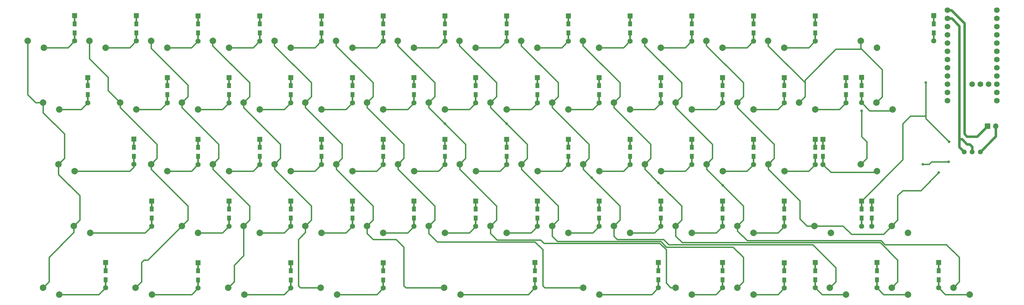
<source format=gbl>
G04 #@! TF.GenerationSoftware,KiCad,Pcbnew,(5.1.10)-1*
G04 #@! TF.CreationDate,2022-02-10T09:54:13+11:00*
G04 #@! TF.ProjectId,mf68,6d663638-2e6b-4696-9361-645f70636258,rev?*
G04 #@! TF.SameCoordinates,Original*
G04 #@! TF.FileFunction,Copper,L2,Bot*
G04 #@! TF.FilePolarity,Positive*
%FSLAX46Y46*%
G04 Gerber Fmt 4.6, Leading zero omitted, Abs format (unit mm)*
G04 Created by KiCad (PCBNEW (5.1.10)-1) date 2022-02-10 09:54:13*
%MOMM*%
%LPD*%
G01*
G04 APERTURE LIST*
G04 #@! TA.AperFunction,ComponentPad*
%ADD10C,2.000000*%
G04 #@! TD*
G04 #@! TA.AperFunction,SMDPad,CuDef*
%ADD11R,0.500000X2.900000*%
G04 #@! TD*
G04 #@! TA.AperFunction,ComponentPad*
%ADD12R,1.600000X1.600000*%
G04 #@! TD*
G04 #@! TA.AperFunction,ComponentPad*
%ADD13C,1.600000*%
G04 #@! TD*
G04 #@! TA.AperFunction,SMDPad,CuDef*
%ADD14R,1.200000X1.600000*%
G04 #@! TD*
G04 #@! TA.AperFunction,ComponentPad*
%ADD15O,1.700000X1.700000*%
G04 #@! TD*
G04 #@! TA.AperFunction,ComponentPad*
%ADD16R,1.700000X1.700000*%
G04 #@! TD*
G04 #@! TA.AperFunction,ComponentPad*
%ADD17C,1.500000*%
G04 #@! TD*
G04 #@! TA.AperFunction,ComponentPad*
%ADD18C,1.752600*%
G04 #@! TD*
G04 #@! TA.AperFunction,ViaPad*
%ADD19C,0.800000*%
G04 #@! TD*
G04 #@! TA.AperFunction,Conductor*
%ADD20C,0.400000*%
G04 #@! TD*
G04 #@! TA.AperFunction,Conductor*
%ADD21C,0.800000*%
G04 #@! TD*
G04 APERTURE END LIST*
D10*
X128350000Y-149850000D03*
X133350000Y-151950000D03*
X166450000Y-149850000D03*
X171450000Y-151950000D03*
X295006000Y-73650000D03*
X300006000Y-75750000D03*
X209312500Y-149850000D03*
X214312500Y-151950000D03*
X295037500Y-111750000D03*
X300037500Y-113850000D03*
X47387500Y-111750000D03*
X52387500Y-113850000D03*
D11*
X317500000Y-67281250D03*
X317500000Y-72281250D03*
D12*
X317500000Y-65881250D03*
D13*
X317500000Y-73681250D03*
D14*
X317500000Y-71181250D03*
X317500000Y-68381250D03*
D11*
X298435400Y-124474150D03*
X298435400Y-129474150D03*
D12*
X298435400Y-123074150D03*
D13*
X298435400Y-130874150D03*
D14*
X298435400Y-128374150D03*
X298435400Y-125574150D03*
D11*
X319054800Y-143481250D03*
X319054800Y-148481250D03*
D12*
X319054800Y-142081250D03*
D13*
X319054800Y-149881250D03*
D14*
X319054800Y-147381250D03*
X319054800Y-144581250D03*
D11*
X300006000Y-143481250D03*
X300006000Y-148481250D03*
D12*
X300006000Y-142081250D03*
D13*
X300006000Y-149881250D03*
D14*
X300006000Y-147381250D03*
X300006000Y-144581250D03*
D11*
X280987500Y-143481250D03*
X280987500Y-148481250D03*
D12*
X280987500Y-142081250D03*
D13*
X280987500Y-149881250D03*
D14*
X280987500Y-147381250D03*
X280987500Y-144581250D03*
D11*
X271432800Y-143550000D03*
X271432800Y-148550000D03*
D12*
X271432800Y-142150000D03*
D13*
X271432800Y-149950000D03*
D14*
X271432800Y-147450000D03*
X271432800Y-144650000D03*
D11*
X252384000Y-143481250D03*
X252384000Y-148481250D03*
D12*
X252384000Y-142081250D03*
D13*
X252384000Y-149881250D03*
D14*
X252384000Y-147381250D03*
X252384000Y-144581250D03*
D11*
X232568750Y-143481250D03*
X232568750Y-148481250D03*
D12*
X232568750Y-142081250D03*
D13*
X232568750Y-149881250D03*
D14*
X232568750Y-147381250D03*
X232568750Y-144581250D03*
D11*
X194468750Y-143481250D03*
X194468750Y-148481250D03*
D12*
X194468750Y-142081250D03*
D13*
X194468750Y-149881250D03*
D14*
X194468750Y-147381250D03*
X194468750Y-144581250D03*
D11*
X147637500Y-143550000D03*
X147637500Y-148550000D03*
D12*
X147637500Y-142150000D03*
D13*
X147637500Y-149950000D03*
D14*
X147637500Y-147450000D03*
X147637500Y-144650000D03*
D11*
X119062500Y-143550000D03*
X119062500Y-148550000D03*
D12*
X119062500Y-142150000D03*
D13*
X119062500Y-149950000D03*
D14*
X119062500Y-147450000D03*
X119062500Y-144650000D03*
D11*
X90487500Y-143550000D03*
X90487500Y-148550000D03*
D12*
X90487500Y-142150000D03*
D13*
X90487500Y-149950000D03*
D14*
X90487500Y-147450000D03*
X90487500Y-144650000D03*
D11*
X61912500Y-143481250D03*
X61912500Y-148481250D03*
D12*
X61912500Y-142081250D03*
D13*
X61912500Y-149881250D03*
D14*
X61912500Y-147381250D03*
X61912500Y-144581250D03*
D11*
X295243800Y-86331250D03*
X295243800Y-91331250D03*
D12*
X295243800Y-84931250D03*
D13*
X295243800Y-92731250D03*
D14*
X295243800Y-90231250D03*
X295243800Y-87431250D03*
D11*
X295243800Y-124466950D03*
X295243800Y-129466950D03*
D12*
X295243800Y-123066950D03*
D13*
X295243800Y-130866950D03*
D14*
X295243800Y-128366950D03*
X295243800Y-125566950D03*
D11*
X271432800Y-124466950D03*
X271432800Y-129466950D03*
D12*
X271432800Y-123066950D03*
D13*
X271432800Y-130866950D03*
D14*
X271432800Y-128366950D03*
X271432800Y-125566950D03*
D11*
X252384000Y-124466950D03*
X252384000Y-129466950D03*
D12*
X252384000Y-123066950D03*
D13*
X252384000Y-130866950D03*
D14*
X252384000Y-128366950D03*
X252384000Y-125566950D03*
D11*
X233335200Y-124466950D03*
X233335200Y-129466950D03*
D12*
X233335200Y-123066950D03*
D13*
X233335200Y-130866950D03*
D14*
X233335200Y-128366950D03*
X233335200Y-125566950D03*
D11*
X214286400Y-124466950D03*
X214286400Y-129466950D03*
D12*
X214286400Y-123066950D03*
D13*
X214286400Y-130866950D03*
D14*
X214286400Y-128366950D03*
X214286400Y-125566950D03*
D11*
X195237600Y-124466950D03*
X195237600Y-129466950D03*
D12*
X195237600Y-123066950D03*
D13*
X195237600Y-130866950D03*
D14*
X195237600Y-128366950D03*
X195237600Y-125566950D03*
D11*
X176188800Y-124466950D03*
X176188800Y-129466950D03*
D12*
X176188800Y-123066950D03*
D13*
X176188800Y-130866950D03*
D14*
X176188800Y-128366950D03*
X176188800Y-125566950D03*
D11*
X157140000Y-124466950D03*
X157140000Y-129466950D03*
D12*
X157140000Y-123066950D03*
D13*
X157140000Y-130866950D03*
D14*
X157140000Y-128366950D03*
X157140000Y-125566950D03*
D11*
X138091200Y-124466950D03*
X138091200Y-129466950D03*
D12*
X138091200Y-123066950D03*
D13*
X138091200Y-130866950D03*
D14*
X138091200Y-128366950D03*
X138091200Y-125566950D03*
D11*
X119042400Y-124466950D03*
X119042400Y-129466950D03*
D12*
X119042400Y-123066950D03*
D13*
X119042400Y-130866950D03*
D14*
X119042400Y-128366950D03*
X119042400Y-125566950D03*
D11*
X99993600Y-124466950D03*
X99993600Y-129466950D03*
D12*
X99993600Y-123066950D03*
D13*
X99993600Y-130866950D03*
D14*
X99993600Y-128366950D03*
X99993600Y-125566950D03*
D11*
X76182600Y-124466950D03*
X76182600Y-129466950D03*
D12*
X76182600Y-123066950D03*
D13*
X76182600Y-130866950D03*
D14*
X76182600Y-128366950D03*
X76182600Y-125566950D03*
D11*
X283368750Y-105418150D03*
X283368750Y-110418150D03*
D12*
X283368750Y-104018150D03*
D13*
X283368750Y-111818150D03*
D14*
X283368750Y-109318150D03*
X283368750Y-106518150D03*
D11*
X280987500Y-105418150D03*
X280987500Y-110418150D03*
D12*
X280987500Y-104018150D03*
D13*
X280987500Y-111818150D03*
D14*
X280987500Y-109318150D03*
X280987500Y-106518150D03*
D11*
X261908400Y-105418150D03*
X261908400Y-110418150D03*
D12*
X261908400Y-104018150D03*
D13*
X261908400Y-111818150D03*
D14*
X261908400Y-109318150D03*
X261908400Y-106518150D03*
D11*
X242859600Y-105418150D03*
X242859600Y-110418150D03*
D12*
X242859600Y-104018150D03*
D13*
X242859600Y-111818150D03*
D14*
X242859600Y-109318150D03*
X242859600Y-106518150D03*
D11*
X223810800Y-105418150D03*
X223810800Y-110418150D03*
D12*
X223810800Y-104018150D03*
D13*
X223810800Y-111818150D03*
D14*
X223810800Y-109318150D03*
X223810800Y-106518150D03*
D11*
X204762000Y-105418150D03*
X204762000Y-110418150D03*
D12*
X204762000Y-104018150D03*
D13*
X204762000Y-111818150D03*
D14*
X204762000Y-109318150D03*
X204762000Y-106518150D03*
D11*
X185713200Y-105418150D03*
X185713200Y-110418150D03*
D12*
X185713200Y-104018150D03*
D13*
X185713200Y-111818150D03*
D14*
X185713200Y-109318150D03*
X185713200Y-106518150D03*
D11*
X166664400Y-105418150D03*
X166664400Y-110418150D03*
D12*
X166664400Y-104018150D03*
D13*
X166664400Y-111818150D03*
D14*
X166664400Y-109318150D03*
X166664400Y-106518150D03*
D11*
X147615600Y-105418150D03*
X147615600Y-110418150D03*
D12*
X147615600Y-104018150D03*
D13*
X147615600Y-111818150D03*
D14*
X147615600Y-109318150D03*
X147615600Y-106518150D03*
D11*
X128566800Y-105418150D03*
X128566800Y-110418150D03*
D12*
X128566800Y-104018150D03*
D13*
X128566800Y-111818150D03*
D14*
X128566800Y-109318150D03*
X128566800Y-106518150D03*
D11*
X109518000Y-105418150D03*
X109518000Y-110418150D03*
D12*
X109518000Y-104018150D03*
D13*
X109518000Y-111818150D03*
D14*
X109518000Y-109318150D03*
X109518000Y-106518150D03*
D11*
X90469200Y-105418150D03*
X90469200Y-110418150D03*
D12*
X90469200Y-104018150D03*
D13*
X90469200Y-111818150D03*
D14*
X90469200Y-109318150D03*
X90469200Y-106518150D03*
D11*
X70643750Y-105381250D03*
X70643750Y-110381250D03*
D12*
X70643750Y-103981250D03*
D13*
X70643750Y-111781250D03*
D14*
X70643750Y-109281250D03*
X70643750Y-106481250D03*
D11*
X290481600Y-86369350D03*
X290481600Y-91369350D03*
D12*
X290481600Y-84969350D03*
D13*
X290481600Y-92769350D03*
D14*
X290481600Y-90269350D03*
X290481600Y-87469350D03*
D11*
X271432800Y-86369350D03*
X271432800Y-91369350D03*
D12*
X271432800Y-84969350D03*
D13*
X271432800Y-92769350D03*
D14*
X271432800Y-90269350D03*
X271432800Y-87469350D03*
D11*
X252384000Y-86369350D03*
X252384000Y-91369350D03*
D12*
X252384000Y-84969350D03*
D13*
X252384000Y-92769350D03*
D14*
X252384000Y-90269350D03*
X252384000Y-87469350D03*
D11*
X233335200Y-86369350D03*
X233335200Y-91369350D03*
D12*
X233335200Y-84969350D03*
D13*
X233335200Y-92769350D03*
D14*
X233335200Y-90269350D03*
X233335200Y-87469350D03*
D11*
X214286400Y-86369350D03*
X214286400Y-91369350D03*
D12*
X214286400Y-84969350D03*
D13*
X214286400Y-92769350D03*
D14*
X214286400Y-90269350D03*
X214286400Y-87469350D03*
D11*
X195237600Y-86369350D03*
X195237600Y-91369350D03*
D12*
X195237600Y-84969350D03*
D13*
X195237600Y-92769350D03*
D14*
X195237600Y-90269350D03*
X195237600Y-87469350D03*
D11*
X176188800Y-86369350D03*
X176188800Y-91369350D03*
D12*
X176188800Y-84969350D03*
D13*
X176188800Y-92769350D03*
D14*
X176188800Y-90269350D03*
X176188800Y-87469350D03*
D11*
X157140000Y-86369350D03*
X157140000Y-91369350D03*
D12*
X157140000Y-84969350D03*
D13*
X157140000Y-92769350D03*
D14*
X157140000Y-90269350D03*
X157140000Y-87469350D03*
D11*
X138091200Y-86369350D03*
X138091200Y-91369350D03*
D12*
X138091200Y-84969350D03*
D13*
X138091200Y-92769350D03*
D14*
X138091200Y-90269350D03*
X138091200Y-87469350D03*
D11*
X119042400Y-86369350D03*
X119042400Y-91369350D03*
D12*
X119042400Y-84969350D03*
D13*
X119042400Y-92769350D03*
D14*
X119042400Y-90269350D03*
X119042400Y-87469350D03*
D11*
X99993600Y-86369350D03*
X99993600Y-91369350D03*
D12*
X99993600Y-84969350D03*
D13*
X99993600Y-92769350D03*
D14*
X99993600Y-90269350D03*
X99993600Y-87469350D03*
D11*
X80944800Y-86369350D03*
X80944800Y-91369350D03*
D12*
X80944800Y-84969350D03*
D13*
X80944800Y-92769350D03*
D14*
X80944800Y-90269350D03*
X80944800Y-87469350D03*
D11*
X56400000Y-86385946D03*
X56400000Y-91385946D03*
D12*
X56400000Y-84985946D03*
D13*
X56400000Y-92785946D03*
D14*
X56400000Y-90285946D03*
X56400000Y-87485946D03*
D11*
X280957200Y-67320550D03*
X280957200Y-72320550D03*
D12*
X280957200Y-65920550D03*
D13*
X280957200Y-73720550D03*
D14*
X280957200Y-71220550D03*
X280957200Y-68420550D03*
D11*
X261908400Y-67320550D03*
X261908400Y-72320550D03*
D12*
X261908400Y-65920550D03*
D13*
X261908400Y-73720550D03*
D14*
X261908400Y-71220550D03*
X261908400Y-68420550D03*
D11*
X242859600Y-67320550D03*
X242859600Y-72320550D03*
D12*
X242859600Y-65920550D03*
D13*
X242859600Y-73720550D03*
D14*
X242859600Y-71220550D03*
X242859600Y-68420550D03*
D11*
X223810800Y-67320550D03*
X223810800Y-72320550D03*
D12*
X223810800Y-65920550D03*
D13*
X223810800Y-73720550D03*
D14*
X223810800Y-71220550D03*
X223810800Y-68420550D03*
D11*
X204762000Y-67320550D03*
X204762000Y-72320550D03*
D12*
X204762000Y-65920550D03*
D13*
X204762000Y-73720550D03*
D14*
X204762000Y-71220550D03*
X204762000Y-68420550D03*
D11*
X185713200Y-67320550D03*
X185713200Y-72320550D03*
D12*
X185713200Y-65920550D03*
D13*
X185713200Y-73720550D03*
D14*
X185713200Y-71220550D03*
X185713200Y-68420550D03*
D11*
X166664400Y-67320550D03*
X166664400Y-72320550D03*
D12*
X166664400Y-65920550D03*
D13*
X166664400Y-73720550D03*
D14*
X166664400Y-71220550D03*
X166664400Y-68420550D03*
D11*
X147615600Y-67320550D03*
X147615600Y-72320550D03*
D12*
X147615600Y-65920550D03*
D13*
X147615600Y-73720550D03*
D14*
X147615600Y-71220550D03*
X147615600Y-68420550D03*
D11*
X128566800Y-67320550D03*
X128566800Y-72320550D03*
D12*
X128566800Y-65920550D03*
D13*
X128566800Y-73720550D03*
D14*
X128566800Y-71220550D03*
X128566800Y-68420550D03*
D11*
X109518000Y-67320550D03*
X109518000Y-72320550D03*
D12*
X109518000Y-65920550D03*
D13*
X109518000Y-73720550D03*
D14*
X109518000Y-71220550D03*
X109518000Y-68420550D03*
D11*
X90487500Y-67320550D03*
X90487500Y-72320550D03*
D12*
X90487500Y-65920550D03*
D13*
X90487500Y-73720550D03*
D14*
X90487500Y-71220550D03*
X90487500Y-68420550D03*
D11*
X71437500Y-67281250D03*
X71437500Y-72281250D03*
D12*
X71437500Y-65881250D03*
D13*
X71437500Y-73681250D03*
D14*
X71437500Y-71181250D03*
X71437500Y-68381250D03*
D11*
X52387500Y-67281250D03*
X52387500Y-72281250D03*
D12*
X52387500Y-65881250D03*
D13*
X52387500Y-73681250D03*
D14*
X52387500Y-71181250D03*
X52387500Y-68381250D03*
D10*
X123566800Y-92700000D03*
X128566800Y-94800000D03*
X304562500Y-130800000D03*
X309562500Y-132900000D03*
X323612500Y-149850000D03*
X328612500Y-151950000D03*
X304562500Y-149850000D03*
X309562500Y-151950000D03*
X285481600Y-149850000D03*
X290481600Y-151950000D03*
X256937500Y-149850000D03*
X261937500Y-151950000D03*
X237887500Y-149850000D03*
X242887500Y-151950000D03*
X256937500Y-130800000D03*
X261937500Y-132900000D03*
X237887500Y-130800000D03*
X242887500Y-132900000D03*
X218837500Y-130800000D03*
X223837500Y-132900000D03*
X199787500Y-130800000D03*
X204787500Y-132900000D03*
X180737500Y-130800000D03*
X185737500Y-132900000D03*
X161687500Y-130800000D03*
X166687500Y-132900000D03*
X142637500Y-130800000D03*
X147637500Y-132900000D03*
X123587500Y-130800000D03*
X128587500Y-132900000D03*
X104537500Y-130800000D03*
X109537500Y-132900000D03*
X85469200Y-130800000D03*
X90469200Y-132900000D03*
X266462500Y-111750000D03*
X271462500Y-113850000D03*
X247412500Y-111750000D03*
X252412500Y-113850000D03*
X228362500Y-111750000D03*
X233362500Y-113850000D03*
X209312500Y-111750000D03*
X214312500Y-113850000D03*
X190262500Y-111750000D03*
X195262500Y-113850000D03*
X171212500Y-111750000D03*
X176212500Y-113850000D03*
X152162500Y-111750000D03*
X157162500Y-113850000D03*
X133112500Y-111750000D03*
X138112500Y-113850000D03*
X114062500Y-111750000D03*
X119062500Y-113850000D03*
X95012500Y-111750000D03*
X100012500Y-113850000D03*
X75962500Y-111750000D03*
X80962500Y-113850000D03*
X275987500Y-92700000D03*
X280987500Y-94800000D03*
X256937500Y-92700000D03*
X261937500Y-94800000D03*
X237887500Y-92700000D03*
X242887500Y-94800000D03*
X218837500Y-92700000D03*
X223837500Y-94800000D03*
X199787500Y-92700000D03*
X204787500Y-94800000D03*
X180713200Y-92700000D03*
X185713200Y-94800000D03*
X161664400Y-92700000D03*
X166664400Y-94800000D03*
X142637500Y-92700000D03*
X147637500Y-94800000D03*
X104518000Y-92700000D03*
X109518000Y-94800000D03*
X85469200Y-92700000D03*
X90469200Y-94800000D03*
X66420400Y-92700000D03*
X71420400Y-94800000D03*
X266432800Y-73650000D03*
X271432800Y-75750000D03*
X247384000Y-73650000D03*
X252384000Y-75750000D03*
X228335200Y-73650000D03*
X233335200Y-75750000D03*
X209286400Y-73650000D03*
X214286400Y-75750000D03*
X190237600Y-73650000D03*
X195237600Y-75750000D03*
X171188800Y-73650000D03*
X176188800Y-75750000D03*
X152140000Y-73650000D03*
X157140000Y-75750000D03*
X133091200Y-73650000D03*
X138091200Y-75750000D03*
X114062500Y-73650000D03*
X119062500Y-75750000D03*
X95012500Y-73650000D03*
X100012500Y-75750000D03*
X75962500Y-73650000D03*
X80962500Y-75750000D03*
X56912500Y-73650000D03*
X61912500Y-75750000D03*
X37862500Y-73650000D03*
X42862500Y-75750000D03*
X99775000Y-149850000D03*
X104775000Y-151950000D03*
X71200000Y-149850000D03*
X76200000Y-151950000D03*
X42621940Y-149840616D03*
X47621940Y-151940616D03*
X299824100Y-92700000D03*
X304824100Y-94800000D03*
X280750000Y-130800000D03*
X285750000Y-132900000D03*
X52150000Y-130800000D03*
X57150000Y-132900000D03*
X42621940Y-92694288D03*
X47621940Y-94794288D03*
D15*
X336675100Y-99981400D03*
D16*
X334135100Y-99981400D03*
D17*
X331900000Y-107918400D03*
X329400000Y-107918400D03*
X326900000Y-107918400D03*
D18*
X336992900Y-64180000D03*
X336992900Y-66720000D03*
X336992900Y-69260000D03*
X336992900Y-71800000D03*
X336992900Y-74340000D03*
X336992900Y-76880000D03*
X336992900Y-79420000D03*
X336992900Y-81960000D03*
X336992900Y-84500000D03*
X336992900Y-87040000D03*
X336992900Y-89580000D03*
X321752900Y-92120000D03*
X321752900Y-89580000D03*
X321752900Y-87040000D03*
X321752900Y-84500000D03*
X321752900Y-81960000D03*
X321752900Y-79420000D03*
X321752900Y-76880000D03*
X321752900Y-74340000D03*
X321752900Y-71800000D03*
X321752900Y-69260000D03*
X321752900Y-66720000D03*
X336992900Y-92120000D03*
X321752900Y-64180000D03*
X334452900Y-87040000D03*
X331912900Y-87040000D03*
X329372900Y-87040000D03*
D19*
X315118750Y-86518750D03*
X322262500Y-104775000D03*
X166687500Y-99218750D03*
X185737500Y-99225000D03*
X211931250Y-115887500D03*
X232568750Y-117475000D03*
X252412500Y-118268750D03*
X319087500Y-114300000D03*
X322093750Y-110956250D03*
X295275000Y-95250000D03*
X314156250Y-111750000D03*
D20*
X50318750Y-75750000D02*
X52387500Y-73681250D01*
X42862500Y-75750000D02*
X50318750Y-75750000D01*
X69368750Y-75750000D02*
X71437500Y-73681250D01*
X61912500Y-75750000D02*
X69368750Y-75750000D01*
X88458050Y-75750000D02*
X90487500Y-73720550D01*
X80962500Y-75750000D02*
X88458050Y-75750000D01*
X107468750Y-75750000D02*
X109537500Y-73681250D01*
X100012500Y-75750000D02*
X107468750Y-75750000D01*
X126518750Y-75750000D02*
X128587500Y-73681250D01*
X119062500Y-75750000D02*
X126518750Y-75750000D01*
X145568750Y-75750000D02*
X147637500Y-73681250D01*
X138112500Y-75750000D02*
X145568750Y-75750000D01*
X164618750Y-75750000D02*
X166687500Y-73681250D01*
X157162500Y-75750000D02*
X164618750Y-75750000D01*
X183668750Y-75750000D02*
X185737500Y-73681250D01*
X176212500Y-75750000D02*
X183668750Y-75750000D01*
X202718750Y-75750000D02*
X204787500Y-73681250D01*
X195262500Y-75750000D02*
X202718750Y-75750000D01*
X221768750Y-75750000D02*
X223837500Y-73681250D01*
X214312500Y-75750000D02*
X221768750Y-75750000D01*
X240818750Y-75750000D02*
X242887500Y-73681250D01*
X233362500Y-75750000D02*
X240818750Y-75750000D01*
X259868750Y-75750000D02*
X261937500Y-73681250D01*
X252412500Y-75750000D02*
X259868750Y-75750000D01*
X271462500Y-75750000D02*
X278918750Y-75750000D01*
X278918750Y-75750000D02*
X280987500Y-73681250D01*
X54385946Y-94800000D02*
X56400000Y-92785946D01*
X47625000Y-94800000D02*
X54385946Y-94800000D01*
X78914150Y-94800000D02*
X80944800Y-92769350D01*
X71420400Y-94800000D02*
X78914150Y-94800000D01*
X90470400Y-94800000D02*
X97964150Y-94800000D01*
X97964150Y-94800000D02*
X99994800Y-92769350D01*
X109520400Y-94800000D02*
X117014150Y-94800000D01*
X117014150Y-94800000D02*
X119044800Y-92769350D01*
X128570400Y-94800000D02*
X136064150Y-94800000D01*
X136064150Y-94800000D02*
X138094800Y-92769350D01*
X147620400Y-94800000D02*
X155114150Y-94800000D01*
X155114150Y-94800000D02*
X157144800Y-92769350D01*
X166670400Y-94800000D02*
X174164150Y-94800000D01*
X174164150Y-94800000D02*
X176194800Y-92769350D01*
X185720400Y-94800000D02*
X193214150Y-94800000D01*
X193214150Y-94800000D02*
X195244800Y-92769350D01*
X204770400Y-94800000D02*
X212264150Y-94800000D01*
X212264150Y-94800000D02*
X214294800Y-92769350D01*
X223820400Y-94800000D02*
X231314150Y-94800000D01*
X231314150Y-94800000D02*
X233344800Y-92769350D01*
X242870400Y-94800000D02*
X250364150Y-94800000D01*
X250364150Y-94800000D02*
X252394800Y-92769350D01*
X261920400Y-94800000D02*
X269414150Y-94800000D01*
X269414150Y-94800000D02*
X271444800Y-92769350D01*
X288450950Y-94800000D02*
X290481600Y-92769350D01*
X280987500Y-94800000D02*
X288450950Y-94800000D01*
X69368750Y-113850000D02*
X70643750Y-112575000D01*
X52387500Y-113850000D02*
X69368750Y-113850000D01*
X88418750Y-113850000D02*
X90487500Y-111781250D01*
X80962500Y-113850000D02*
X88418750Y-113850000D01*
X107468750Y-113850000D02*
X109537500Y-111781250D01*
X100012500Y-113850000D02*
X107468750Y-113850000D01*
X100012500Y-113850000D02*
X107508050Y-113850000D01*
X107508050Y-113850000D02*
X109537500Y-111820550D01*
X126518750Y-113850000D02*
X128587500Y-111781250D01*
X119062500Y-113850000D02*
X126518750Y-113850000D01*
X119062500Y-113850000D02*
X126558050Y-113850000D01*
X126558050Y-113850000D02*
X128587500Y-111820550D01*
X138112500Y-113850000D02*
X145608050Y-113850000D01*
X145608050Y-113850000D02*
X147637500Y-111820550D01*
X164618750Y-113850000D02*
X166687500Y-111781250D01*
X157162500Y-113850000D02*
X164618750Y-113850000D01*
X176212500Y-113850000D02*
X183708050Y-113850000D01*
X183708050Y-113850000D02*
X185737500Y-111820550D01*
X202718750Y-113850000D02*
X204787500Y-111781250D01*
X195262500Y-113850000D02*
X202718750Y-113850000D01*
X214312500Y-113850000D02*
X221808050Y-113850000D01*
X221808050Y-113850000D02*
X223837500Y-111820550D01*
X240818750Y-113850000D02*
X242887500Y-111781250D01*
X233362500Y-113850000D02*
X240818750Y-113850000D01*
X252412500Y-113850000D02*
X259908050Y-113850000D01*
X259908050Y-113850000D02*
X261937500Y-111820550D01*
X278955650Y-113850000D02*
X280987500Y-111818150D01*
X271462500Y-113850000D02*
X278955650Y-113850000D01*
X283368750Y-111818150D02*
X285750000Y-114199400D01*
X299688100Y-114199400D02*
X300037500Y-113850000D01*
X285750000Y-114199400D02*
X299688100Y-114199400D01*
X74149550Y-132900000D02*
X76182600Y-130866950D01*
X57150000Y-132900000D02*
X74149550Y-132900000D01*
X295243800Y-123062450D02*
X295243800Y-123066950D01*
X307975000Y-110331250D02*
X295243800Y-123062450D01*
X307975000Y-99205031D02*
X307975000Y-110331250D01*
X310342531Y-96837500D02*
X307975000Y-99205031D01*
X315092281Y-96837500D02*
X315118750Y-96811031D01*
X310342531Y-96837500D02*
X315092281Y-96837500D01*
X315118750Y-96811031D02*
X315118750Y-96851525D01*
X315118750Y-96017332D02*
X315118750Y-96811031D01*
X315118750Y-86518750D02*
X315118750Y-96017332D01*
X315118750Y-97631250D02*
X315118750Y-96017332D01*
X322262500Y-104775000D02*
X315118750Y-97631250D01*
X97960550Y-132900000D02*
X99993600Y-130866950D01*
X90469200Y-132900000D02*
X97960550Y-132900000D01*
X109519200Y-132900000D02*
X117010550Y-132900000D01*
X117010550Y-132900000D02*
X119043600Y-130866950D01*
X128569200Y-132900000D02*
X136060550Y-132900000D01*
X136060550Y-132900000D02*
X138093600Y-130866950D01*
X147619200Y-132900000D02*
X155110550Y-132900000D01*
X155110550Y-132900000D02*
X157143600Y-130866950D01*
X166669200Y-132900000D02*
X174160550Y-132900000D01*
X174160550Y-132900000D02*
X176193600Y-130866950D01*
X185719200Y-132900000D02*
X193210550Y-132900000D01*
X193210550Y-132900000D02*
X195243600Y-130866950D01*
X204769200Y-132900000D02*
X212260550Y-132900000D01*
X212260550Y-132900000D02*
X214293600Y-130866950D01*
X223819200Y-132900000D02*
X231310550Y-132900000D01*
X231310550Y-132900000D02*
X233343600Y-130866950D01*
X242869200Y-132900000D02*
X250360550Y-132900000D01*
X250360550Y-132900000D02*
X252393600Y-130866950D01*
X261919200Y-132900000D02*
X269410550Y-132900000D01*
X269410550Y-132900000D02*
X271443600Y-130866950D01*
X295243800Y-92731250D02*
X297762550Y-95250000D01*
X304374100Y-95250000D02*
X304824100Y-94800000D01*
X297762550Y-95250000D02*
X304374100Y-95250000D01*
X59843750Y-151950000D02*
X61912500Y-149881250D01*
X47625000Y-151950000D02*
X59843750Y-151950000D01*
X88487500Y-151950000D02*
X90487500Y-149950000D01*
X76200000Y-151950000D02*
X88487500Y-151950000D01*
X117062500Y-151950000D02*
X119062500Y-149950000D01*
X104775000Y-151950000D02*
X117062500Y-151950000D01*
X145637500Y-151950000D02*
X147637500Y-149950000D01*
X133350000Y-151950000D02*
X145637500Y-151950000D01*
X192400000Y-151950000D02*
X194468750Y-149881250D01*
X171450000Y-151950000D02*
X177456250Y-151950000D01*
X177456250Y-151950000D02*
X192400000Y-151950000D01*
X176212500Y-151950000D02*
X177456250Y-151950000D01*
X230500000Y-151950000D02*
X232568750Y-149881250D01*
X214312500Y-151950000D02*
X230500000Y-151950000D01*
X250315250Y-151950000D02*
X252384000Y-149881250D01*
X242887500Y-151950000D02*
X250315250Y-151950000D01*
X269432800Y-151950000D02*
X271432800Y-149950000D01*
X261937500Y-151950000D02*
X269432800Y-151950000D01*
X283056250Y-151950000D02*
X280987500Y-149881250D01*
X290481600Y-151950000D02*
X283056250Y-151950000D01*
X302074750Y-151950000D02*
X300006000Y-149881250D01*
X309562500Y-151950000D02*
X302074750Y-151950000D01*
X321123550Y-151950000D02*
X319054800Y-149881250D01*
X328612500Y-151950000D02*
X321123550Y-151950000D01*
X37862500Y-73650000D02*
X37862500Y-90250000D01*
X40312500Y-92700000D02*
X42625000Y-92700000D01*
X37862500Y-90250000D02*
X40312500Y-92700000D01*
X47387500Y-111750000D02*
X47387500Y-114856250D01*
X47387500Y-114856250D02*
X53975000Y-121443750D01*
X53975000Y-128975000D02*
X52150000Y-130800000D01*
X53975000Y-121443750D02*
X53975000Y-128975000D01*
X52150000Y-130800000D02*
X52150000Y-132793750D01*
X52150000Y-132793750D02*
X44450000Y-140493750D01*
X44450000Y-148025000D02*
X42625000Y-149850000D01*
X44450000Y-140493750D02*
X44450000Y-148025000D01*
X42625000Y-92700000D02*
X42625000Y-95806250D01*
X42625000Y-95806250D02*
X49212500Y-102393750D01*
X49212500Y-109925000D02*
X47387500Y-111750000D01*
X49212500Y-102393750D02*
X49212500Y-109925000D01*
X56912500Y-73650000D02*
X56912500Y-79137500D01*
X56912500Y-79137500D02*
X62706250Y-84931250D01*
X62706250Y-88985850D02*
X66420400Y-92700000D01*
X62706250Y-84931250D02*
X62706250Y-88985850D01*
X66420400Y-92700000D02*
X66420400Y-94201650D01*
X77787500Y-105568750D02*
X77787500Y-109925000D01*
X77787500Y-109925000D02*
X75962500Y-111750000D01*
X66420400Y-94201650D02*
X77787500Y-105568750D01*
X75962500Y-111750000D02*
X75962500Y-113268750D01*
X75962500Y-113268750D02*
X87312500Y-124618750D01*
X87312500Y-128956700D02*
X85469200Y-130800000D01*
X87312500Y-124618750D02*
X87312500Y-128956700D01*
X85469200Y-130800000D02*
X74981700Y-141287500D01*
X74981700Y-141287500D02*
X73818750Y-141287500D01*
X73818750Y-141287500D02*
X73025000Y-142081250D01*
X73025000Y-148025000D02*
X71200000Y-149850000D01*
X73025000Y-142081250D02*
X73025000Y-148025000D01*
X95012500Y-113268750D02*
X106362500Y-124618750D01*
X95012500Y-111750000D02*
X95012500Y-113268750D01*
X106362500Y-128956700D02*
X104519200Y-130800000D01*
X106362500Y-124618750D02*
X106362500Y-128956700D01*
X85470400Y-94201650D02*
X96837500Y-105568750D01*
X96837500Y-109925000D02*
X95012500Y-111750000D01*
X96837500Y-105568750D02*
X96837500Y-109925000D01*
X85470400Y-92700000D02*
X85470400Y-94201650D01*
X75962500Y-73650000D02*
X75962500Y-75962500D01*
X75962500Y-75962500D02*
X87312500Y-87312500D01*
X87312500Y-90856700D02*
X85469200Y-92700000D01*
X87312500Y-87312500D02*
X87312500Y-90856700D01*
X104537500Y-130800000D02*
X104537500Y-139937500D01*
X104537500Y-139937500D02*
X101600000Y-142875000D01*
X101600000Y-148025000D02*
X99775000Y-149850000D01*
X101600000Y-142875000D02*
X101600000Y-148025000D01*
X114062500Y-113268750D02*
X125412500Y-124618750D01*
X114062500Y-111750000D02*
X114062500Y-113268750D01*
X125412500Y-128956700D02*
X123569200Y-130800000D01*
X125412500Y-124618750D02*
X125412500Y-128956700D01*
X94995400Y-75151650D02*
X106362500Y-86518750D01*
X106362500Y-90875000D02*
X104537500Y-92700000D01*
X106362500Y-86518750D02*
X106362500Y-90875000D01*
X94995400Y-73650000D02*
X94995400Y-75151650D01*
X104520400Y-94201650D02*
X115887500Y-105568750D01*
X115887500Y-109925000D02*
X114062500Y-111750000D01*
X115887500Y-105568750D02*
X115887500Y-109925000D01*
X104520400Y-92700000D02*
X104520400Y-94201650D01*
X123587500Y-130800000D02*
X123587500Y-132793750D01*
X123587500Y-132793750D02*
X121443750Y-134937500D01*
X121443750Y-134937500D02*
X121443750Y-149225000D01*
X121443750Y-149225000D02*
X122068750Y-149850000D01*
X128350000Y-149850000D02*
X122068750Y-149850000D01*
X133112500Y-113268750D02*
X144462500Y-124618750D01*
X133112500Y-111750000D02*
X133112500Y-113268750D01*
X144462500Y-128956700D02*
X142619200Y-130800000D01*
X144462500Y-124618750D02*
X144462500Y-128956700D01*
X114045400Y-75151650D02*
X125412500Y-86518750D01*
X125412500Y-90875000D02*
X123587500Y-92700000D01*
X125412500Y-86518750D02*
X125412500Y-90875000D01*
X114045400Y-73650000D02*
X114045400Y-75151650D01*
X123570400Y-94201650D02*
X134937500Y-105568750D01*
X134937500Y-109925000D02*
X133112500Y-111750000D01*
X134937500Y-105568750D02*
X134937500Y-109925000D01*
X123570400Y-92700000D02*
X123570400Y-94201650D01*
X142637500Y-130800000D02*
X142637500Y-133112500D01*
X142637500Y-133112500D02*
X144462500Y-134937500D01*
X159375000Y-149850000D02*
X166450000Y-149850000D01*
X154612500Y-149850000D02*
X153987500Y-149225000D01*
X153987500Y-137318750D02*
X151606250Y-134937500D01*
X166450000Y-149850000D02*
X154612500Y-149850000D01*
X153987500Y-149225000D02*
X153987500Y-137318750D01*
X144462500Y-134937500D02*
X151606250Y-134937500D01*
X152162500Y-113268750D02*
X163512500Y-124618750D01*
X152162500Y-111750000D02*
X152162500Y-113268750D01*
X163512500Y-128956700D02*
X161669200Y-130800000D01*
X163512500Y-124618750D02*
X163512500Y-128956700D01*
X133095400Y-75151650D02*
X144462500Y-86518750D01*
X144462500Y-90875000D02*
X142637500Y-92700000D01*
X144462500Y-86518750D02*
X144462500Y-90875000D01*
X133095400Y-73650000D02*
X133095400Y-75151650D01*
X142620400Y-94201650D02*
X153987500Y-105568750D01*
X153987500Y-109925000D02*
X152162500Y-111750000D01*
X153987500Y-105568750D02*
X153987500Y-109925000D01*
X142620400Y-92700000D02*
X142620400Y-94201650D01*
X161687500Y-130800000D02*
X161687500Y-133112500D01*
X161687500Y-133112500D02*
X164306250Y-135731250D01*
X164306250Y-135731250D02*
X194468750Y-135731250D01*
X194468750Y-135731250D02*
X196850000Y-138112500D01*
X196850000Y-138112500D02*
X196850000Y-149225000D01*
X197475000Y-149850000D02*
X209312500Y-149850000D01*
X196850000Y-149225000D02*
X197475000Y-149850000D01*
X171212500Y-113268750D02*
X182562500Y-124618750D01*
X171212500Y-111750000D02*
X171212500Y-113268750D01*
X182562500Y-128956700D02*
X180719200Y-130800000D01*
X182562500Y-124618750D02*
X182562500Y-128956700D01*
X152145400Y-75151650D02*
X163512500Y-86518750D01*
X163512500Y-90875000D02*
X161687500Y-92700000D01*
X163512500Y-86518750D02*
X163512500Y-90875000D01*
X152145400Y-73650000D02*
X152145400Y-75151650D01*
X173037500Y-109925000D02*
X171212500Y-111750000D01*
X173037500Y-105568750D02*
X173037500Y-109925000D01*
X161670400Y-92700000D02*
X161670400Y-94201650D01*
X166687500Y-99218750D02*
X173037500Y-105568750D01*
X166687500Y-99218750D02*
X161670400Y-94201650D01*
X234950000Y-138112500D02*
X234950000Y-148431250D01*
X236368750Y-149850000D02*
X237887500Y-149850000D01*
X234950000Y-148431250D02*
X236368750Y-149850000D01*
X180737500Y-133112500D02*
X182756240Y-135131240D01*
X180737500Y-130800000D02*
X180737500Y-133112500D01*
X182756240Y-135131240D02*
X196249990Y-135131240D01*
X196249990Y-135131240D02*
X197236165Y-136117415D01*
X201150123Y-136117415D02*
X201161558Y-136128850D01*
X197236165Y-136117415D02*
X201150123Y-136117415D01*
X201161558Y-136128850D02*
X232966350Y-136128850D01*
X232966350Y-136128850D02*
X234950000Y-138112500D01*
X190262500Y-113268750D02*
X201612500Y-124618750D01*
X190262500Y-111750000D02*
X190262500Y-113268750D01*
X201612500Y-128956700D02*
X199769200Y-130800000D01*
X201612500Y-124618750D02*
X201612500Y-128956700D01*
X171195400Y-75151650D02*
X182562500Y-86518750D01*
X182562500Y-90875000D02*
X180737500Y-92700000D01*
X182562500Y-86518750D02*
X182562500Y-90875000D01*
X171195400Y-73650000D02*
X171195400Y-75151650D01*
X180720400Y-94201650D02*
X192087500Y-105568750D01*
X192087500Y-109925000D02*
X190262500Y-111750000D01*
X192087500Y-105568750D02*
X192087500Y-109925000D01*
X180720400Y-92700000D02*
X180720400Y-94201650D01*
X258762500Y-148025000D02*
X256937500Y-149850000D01*
X255587500Y-137318750D02*
X258762500Y-140493750D01*
X235004792Y-137318750D02*
X255587500Y-137318750D01*
X234171737Y-136485696D02*
X235004792Y-137318750D01*
X234171737Y-136435695D02*
X234171737Y-136485696D01*
X233264882Y-135528840D02*
X234171737Y-136435695D01*
X201410090Y-135528840D02*
X233264882Y-135528840D01*
X258762500Y-140493750D02*
X258762500Y-148025000D01*
X199787500Y-133906250D02*
X201410090Y-135528840D01*
X199787500Y-130800000D02*
X199787500Y-133906250D01*
X209312500Y-111750000D02*
X209312500Y-113268750D01*
X220662500Y-128956700D02*
X218819200Y-130800000D01*
X220662500Y-124618750D02*
X220662500Y-128956700D01*
X190245400Y-75151650D02*
X201612500Y-86518750D01*
X201612500Y-90875000D02*
X199787500Y-92700000D01*
X201612500Y-86518750D02*
X201612500Y-90875000D01*
X190245400Y-73650000D02*
X190245400Y-75151650D01*
X199770400Y-94201650D02*
X211137500Y-105568750D01*
X211137500Y-109925000D02*
X209312500Y-111750000D01*
X211137500Y-105568750D02*
X211137500Y-109925000D01*
X199770400Y-92700000D02*
X199770400Y-94201650D01*
X211931250Y-115887500D02*
X220662500Y-124618750D01*
X209312500Y-113268750D02*
X211931250Y-115887500D01*
X287337500Y-147994100D02*
X285481600Y-149850000D01*
X287337500Y-143668750D02*
X287337500Y-147994100D01*
X235737375Y-136525000D02*
X280193750Y-136525000D01*
X234141205Y-134928830D02*
X235737375Y-136525000D01*
X280193750Y-136525000D02*
X287337500Y-143668750D01*
X219854623Y-134928830D02*
X234141205Y-134928830D01*
X218837500Y-133911707D02*
X219854623Y-134928830D01*
X218837500Y-130800000D02*
X218837500Y-133911707D01*
X228362500Y-111750000D02*
X228362500Y-113268750D01*
X239712500Y-128956700D02*
X237869200Y-130800000D01*
X239712500Y-124618750D02*
X239712500Y-128956700D01*
X209295400Y-75151650D02*
X220662500Y-86518750D01*
X220662500Y-90875000D02*
X218837500Y-92700000D01*
X220662500Y-86518750D02*
X220662500Y-90875000D01*
X209295400Y-73650000D02*
X209295400Y-75151650D01*
X218820400Y-94201650D02*
X230187500Y-105568750D01*
X230187500Y-109925000D02*
X228362500Y-111750000D01*
X230187500Y-105568750D02*
X230187500Y-109925000D01*
X218820400Y-92700000D02*
X218820400Y-94201650D01*
X237887500Y-130800000D02*
X237887500Y-133906250D01*
X239906240Y-135924990D02*
X301024990Y-135924990D01*
X237887500Y-133906250D02*
X239906240Y-135924990D01*
X301024990Y-135924990D02*
X306387500Y-141287500D01*
X306387500Y-148025000D02*
X304562500Y-149850000D01*
X306387500Y-141287500D02*
X306387500Y-148025000D01*
X232568750Y-117475000D02*
X239712500Y-124618750D01*
X228362500Y-113268750D02*
X232568750Y-117475000D01*
X247412500Y-111750000D02*
X247412500Y-113268750D01*
X258762500Y-128956700D02*
X256919200Y-130800000D01*
X258762500Y-124618750D02*
X258762500Y-128956700D01*
X228345400Y-75151650D02*
X239712500Y-86518750D01*
X239712500Y-90875000D02*
X237887500Y-92700000D01*
X239712500Y-86518750D02*
X239712500Y-90875000D01*
X228345400Y-73650000D02*
X228345400Y-75151650D01*
X237870400Y-94201650D02*
X249237500Y-105568750D01*
X249237500Y-109925000D02*
X247412500Y-111750000D01*
X249237500Y-105568750D02*
X249237500Y-109925000D01*
X237870400Y-92700000D02*
X237870400Y-94201650D01*
X256937500Y-130800000D02*
X256937500Y-132318750D01*
X259943730Y-135324980D02*
X301273523Y-135324981D01*
X256937500Y-132318750D02*
X259943730Y-135324980D01*
X301273523Y-135324981D02*
X302473542Y-136525000D01*
X302473542Y-136525000D02*
X321468750Y-136525000D01*
X321468750Y-136525000D02*
X325437500Y-140493750D01*
X325437500Y-148025000D02*
X323612500Y-149850000D01*
X325437500Y-140493750D02*
X325437500Y-148025000D01*
X252412500Y-118268750D02*
X258762500Y-124618750D01*
X247412500Y-113268750D02*
X252412500Y-118268750D01*
X266462500Y-111750000D02*
X266462500Y-113268750D01*
X247395400Y-75151650D02*
X258762500Y-86518750D01*
X258762500Y-90875000D02*
X256937500Y-92700000D01*
X258762500Y-86518750D02*
X258762500Y-90875000D01*
X247395400Y-73650000D02*
X247395400Y-75151650D01*
X256920400Y-94201650D02*
X268287500Y-105568750D01*
X268287500Y-109925000D02*
X266462500Y-111750000D01*
X268287500Y-105568750D02*
X268287500Y-109925000D01*
X256920400Y-92700000D02*
X256920400Y-94201650D01*
X276225000Y-123031250D02*
X276225000Y-128587500D01*
X266462500Y-113268750D02*
X276225000Y-123031250D01*
X278437500Y-130800000D02*
X280750000Y-130800000D01*
X276225000Y-128587500D02*
X278437500Y-130800000D01*
X302012500Y-133350000D02*
X304562500Y-130800000D01*
X292100000Y-133350000D02*
X302012500Y-133350000D01*
X289550000Y-130800000D02*
X292100000Y-133350000D01*
X280750000Y-130800000D02*
X289550000Y-130800000D01*
X304562500Y-130800000D02*
X306387500Y-128975000D01*
X306387500Y-128975000D02*
X306387500Y-122237500D01*
X306387500Y-122237500D02*
X306387500Y-121443750D01*
X306387500Y-121443750D02*
X307975000Y-119856250D01*
X307975000Y-119856250D02*
X313531250Y-119856250D01*
X313531250Y-119856250D02*
X319087500Y-114300000D01*
X266445400Y-75151650D02*
X277812500Y-86518750D01*
X277812500Y-90875000D02*
X275987500Y-92700000D01*
X277812500Y-86518750D02*
X277812500Y-90875000D01*
X266445400Y-73650000D02*
X266445400Y-75151650D01*
X301625000Y-90899100D02*
X299824100Y-92700000D01*
X301625000Y-82550000D02*
X301625000Y-90899100D01*
X296862500Y-109925000D02*
X295037500Y-111750000D01*
X296862500Y-104775000D02*
X296862500Y-109925000D01*
X277812500Y-86518750D02*
X277812500Y-85725000D01*
X322093750Y-110956250D02*
X322262500Y-110787500D01*
X322093750Y-110956250D02*
X316875000Y-110956250D01*
X295275000Y-103187500D02*
X296862500Y-104775000D01*
X295275000Y-95250000D02*
X295275000Y-103187500D01*
X316081250Y-111750000D02*
X316875000Y-110956250D01*
X314156250Y-111750000D02*
X316081250Y-111750000D01*
X287337500Y-76200000D02*
X294481250Y-76200000D01*
X295006000Y-75675250D02*
X295006000Y-75931000D01*
X295006000Y-73650000D02*
X295006000Y-75675250D01*
X277812500Y-85725000D02*
X287337500Y-76200000D01*
X294481250Y-76200000D02*
X295275000Y-76200000D01*
X295275000Y-76200000D02*
X301625000Y-82550000D01*
X295006000Y-75931000D02*
X295275000Y-76200000D01*
D21*
X325437500Y-106455900D02*
X326900000Y-107918400D01*
X323101250Y-66720000D02*
X325437500Y-69056250D01*
X321752900Y-66720000D02*
X323101250Y-66720000D01*
X325437500Y-103981250D02*
X326231250Y-103981250D01*
X325437500Y-69056250D02*
X325437500Y-103981250D01*
X325437500Y-103981250D02*
X325437500Y-106455900D01*
X326231250Y-103981250D02*
X327818750Y-105568750D01*
X327818750Y-105568750D02*
X328612500Y-105568750D01*
X329400000Y-106356250D02*
X329400000Y-107918400D01*
X328612500Y-105568750D02*
X329400000Y-106356250D01*
X322992175Y-64180000D02*
X327025000Y-68212825D01*
X321752900Y-64180000D02*
X322992175Y-64180000D01*
X327025000Y-68212825D02*
X327025000Y-102393750D01*
X327025000Y-102393750D02*
X327818750Y-103187500D01*
X330929000Y-103187500D02*
X334135100Y-99981400D01*
X327818750Y-103187500D02*
X330929000Y-103187500D01*
X336675100Y-103143300D02*
X336675100Y-99981400D01*
X331900000Y-107918400D02*
X336675100Y-103143300D01*
M02*

</source>
